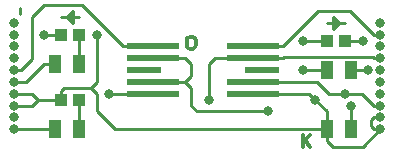
<source format=gbr>
G04 #@! TF.GenerationSoftware,KiCad,Pcbnew,(5.0.0)*
G04 #@! TF.CreationDate,2019-03-20T16:36:05+03:00*
G04 #@! TF.ProjectId,Rs485_adapter,52733438355F616461707465722E6B69,rev?*
G04 #@! TF.SameCoordinates,Original*
G04 #@! TF.FileFunction,Copper,L1,Top,Signal*
G04 #@! TF.FilePolarity,Positive*
%FSLAX46Y46*%
G04 Gerber Fmt 4.6, Leading zero omitted, Abs format (unit mm)*
G04 Created by KiCad (PCBNEW (5.0.0)) date 03/20/19 16:36:05*
%MOMM*%
%LPD*%
G01*
G04 APERTURE LIST*
G04 #@! TA.AperFunction,NonConductor*
%ADD10C,0.300000*%
G04 #@! TD*
G04 #@! TA.AperFunction,ComponentPad*
%ADD11C,0.800000*%
G04 #@! TD*
G04 #@! TA.AperFunction,SMDPad,CuDef*
%ADD12R,4.500000X0.500000*%
G04 #@! TD*
G04 #@! TA.AperFunction,SMDPad,CuDef*
%ADD13R,3.000000X0.500000*%
G04 #@! TD*
G04 #@! TA.AperFunction,SMDPad,CuDef*
%ADD14R,1.000000X1.000000*%
G04 #@! TD*
G04 #@! TA.AperFunction,SMDPad,CuDef*
%ADD15R,1.000000X1.500000*%
G04 #@! TD*
G04 #@! TA.AperFunction,ViaPad*
%ADD16C,0.800000*%
G04 #@! TD*
G04 #@! TA.AperFunction,Conductor*
%ADD17C,0.250000*%
G04 #@! TD*
G04 APERTURE END LIST*
D10*
X159000000Y-95978571D02*
X159000000Y-96978571D01*
X159142857Y-96407142D02*
X159571428Y-96978571D01*
X159571428Y-95978571D02*
X159000000Y-96550000D01*
X149392857Y-88678571D02*
X149250000Y-88607142D01*
X149178571Y-88535714D01*
X149107142Y-88392857D01*
X149107142Y-87964285D01*
X149178571Y-87821428D01*
X149250000Y-87750000D01*
X149392857Y-87678571D01*
X149607142Y-87678571D01*
X149750000Y-87750000D01*
X149821428Y-87821428D01*
X149892857Y-87964285D01*
X149892857Y-88392857D01*
X149821428Y-88535714D01*
X149750000Y-88607142D01*
X149607142Y-88678571D01*
X149392857Y-88678571D01*
D11*
G04 #@! TO.P,A1,1A*
G04 #@! TO.N,Net-(A1-Pad1A)*
X134500000Y-86500000D03*
G04 #@! TO.P,A1,1B*
G04 #@! TO.N,Net-(A1-Pad1B)*
X165500000Y-95500000D03*
G04 #@! TO.P,A1,2A*
G04 #@! TO.N,Net-(A1-Pad2A)*
X134500000Y-87500000D03*
G04 #@! TO.P,A1,3A*
G04 #@! TO.N,Net-(A1-Pad3A)*
X134500000Y-88500000D03*
G04 #@! TO.P,A1,4A*
G04 #@! TO.N,Net-(A1-Pad4A)*
X134500000Y-89500000D03*
G04 #@! TO.P,A1,5A*
G04 #@! TO.N,Net-(A1-Pad5A)*
X134500000Y-90500000D03*
G04 #@! TO.P,A1,6A*
G04 #@! TO.N,Net-(A1-Pad6A)*
X134500000Y-91500000D03*
G04 #@! TO.P,A1,7A*
G04 #@! TO.N,Net-(A1-Pad1B)*
X134500000Y-92500000D03*
G04 #@! TO.P,A1,8A*
X134500000Y-93500000D03*
G04 #@! TO.P,A1,9A*
G04 #@! TO.N,Net-(A1-Pad9A)*
X134500000Y-94500000D03*
G04 #@! TO.P,A1,10A*
G04 #@! TO.N,Net-(A1-Pad10A)*
X134500000Y-95500000D03*
G04 #@! TO.P,A1,2B*
G04 #@! TO.N,Net-(A1-Pad1B)*
X165500000Y-94500000D03*
G04 #@! TO.P,A1,3B*
G04 #@! TO.N,Net-(A1-Pad3B)*
X165500000Y-93500000D03*
G04 #@! TO.P,A1,4B*
G04 #@! TO.N,Net-(A1-Pad4B)*
X165500000Y-92500000D03*
G04 #@! TO.P,A1,5B*
G04 #@! TO.N,Net-(A1-Pad5B)*
X165500000Y-91500000D03*
G04 #@! TO.P,A1,6B*
G04 #@! TO.N,Net-(A1-Pad6B)*
X165500000Y-90500000D03*
G04 #@! TO.P,A1,7B*
G04 #@! TO.N,Net-(A1-Pad4B)*
X165500000Y-89500000D03*
G04 #@! TO.P,A1,8B*
G04 #@! TO.N,Net-(A1-Pad3B)*
X165500000Y-88500000D03*
G04 #@! TO.P,A1,9B*
G04 #@! TO.N,Net-(A1-Pad9B)*
X165500000Y-87500000D03*
G04 #@! TO.P,A1,10B*
G04 #@! TO.N,Net-(A1-Pad10B)*
X165500000Y-86500000D03*
G04 #@! TD*
D12*
G04 #@! TO.P,DD1,1*
G04 #@! TO.N,Net-(A1-Pad5A)*
X146250000Y-88500000D03*
G04 #@! TO.P,DD1,2*
G04 #@! TO.N,Net-(A1-Pad6B)*
X146250000Y-89500000D03*
D13*
G04 #@! TO.P,DD1,*
G04 #@! TO.N,*
X145500000Y-90500000D03*
D12*
G04 #@! TO.P,DD1,3*
G04 #@! TO.N,Net-(A1-Pad6B)*
X146250000Y-91500000D03*
G04 #@! TO.P,DD1,4*
G04 #@! TO.N,Net-(A1-Pad4A)*
X146250000Y-92500000D03*
G04 #@! TO.P,DD1,8*
G04 #@! TO.N,Net-(A1-Pad9B)*
X154750000Y-88500000D03*
G04 #@! TO.P,DD1,7*
G04 #@! TO.N,Net-(A1-Pad4B)*
X154750000Y-89500000D03*
D13*
G04 #@! TO.P,DD1,*
G04 #@! TO.N,*
X155500000Y-90500000D03*
D12*
G04 #@! TO.P,DD1,6*
G04 #@! TO.N,Net-(A1-Pad3B)*
X154750000Y-91500000D03*
G04 #@! TO.P,DD1,5*
G04 #@! TO.N,Net-(A1-Pad1B)*
X154750000Y-92500000D03*
G04 #@! TD*
D14*
G04 #@! TO.P,HL1,2*
G04 #@! TO.N,Net-(A1-Pad1B)*
X138500000Y-93000000D03*
G04 #@! TO.P,HL1,1*
G04 #@! TO.N,Net-(HL1-Pad1)*
X140000000Y-93000000D03*
G04 #@! TD*
G04 #@! TO.P,HL2,1*
G04 #@! TO.N,Net-(HL2-Pad1)*
X140000000Y-87500000D03*
G04 #@! TO.P,HL2,2*
G04 #@! TO.N,Net-(A1-Pad1B)*
X138500000Y-87500000D03*
G04 #@! TD*
G04 #@! TO.P,HL3,1*
G04 #@! TO.N,Net-(HL3-Pad1)*
X161000000Y-88000000D03*
G04 #@! TO.P,HL3,2*
G04 #@! TO.N,Net-(A1-Pad1B)*
X162500000Y-88000000D03*
G04 #@! TD*
D15*
G04 #@! TO.P,R1,2*
G04 #@! TO.N,Net-(A1-Pad1B)*
X161000000Y-95500000D03*
G04 #@! TO.P,R1,1*
G04 #@! TO.N,Net-(A1-Pad6B)*
X163000000Y-95500000D03*
G04 #@! TD*
G04 #@! TO.P,R2,2*
G04 #@! TO.N,Net-(A1-Pad10A)*
X138000000Y-95500000D03*
G04 #@! TO.P,R2,1*
G04 #@! TO.N,Net-(HL1-Pad1)*
X140000000Y-95500000D03*
G04 #@! TD*
G04 #@! TO.P,R3,1*
G04 #@! TO.N,Net-(HL2-Pad1)*
X140000000Y-90000000D03*
G04 #@! TO.P,R3,2*
G04 #@! TO.N,Net-(A1-Pad6A)*
X138000000Y-90000000D03*
G04 #@! TD*
G04 #@! TO.P,R4,1*
G04 #@! TO.N,Net-(A1-Pad6B)*
X163000000Y-90500000D03*
G04 #@! TO.P,R4,2*
G04 #@! TO.N,Net-(HL3-Pad1)*
X161000000Y-90500000D03*
G04 #@! TD*
D16*
G04 #@! TO.N,Net-(A1-Pad1B)*
X141500000Y-87500000D03*
X137000000Y-87500000D03*
X164000000Y-88000000D03*
X160000000Y-93000000D03*
G04 #@! TO.N,Net-(A1-Pad4A)*
X142500000Y-92500000D03*
G04 #@! TO.N,Net-(A1-Pad3B)*
X162500000Y-92500000D03*
G04 #@! TO.N,Net-(A1-Pad4B)*
X151000000Y-93000000D03*
G04 #@! TO.N,Net-(A1-Pad6B)*
X164500000Y-90500000D03*
X163000000Y-93500000D03*
X156000000Y-94000000D03*
G04 #@! TO.N,Net-(HL3-Pad1)*
X159000000Y-90500000D03*
X159000000Y-88000000D03*
G04 #@! TD*
D17*
G04 #@! TO.N,*
X140000000Y-86000000D02*
X139000000Y-86000000D01*
X139500000Y-86500000D02*
X139500000Y-85500000D01*
X139500000Y-85500000D02*
X139000000Y-86000000D01*
X139000000Y-86000000D02*
X138500000Y-86000000D01*
X139500000Y-86500000D02*
X139000000Y-86000000D01*
X161000001Y-86500000D02*
X161999999Y-86500000D01*
X161500000Y-86000001D02*
X161500000Y-86999999D01*
X161500000Y-86999999D02*
X161999999Y-86500000D01*
X161999999Y-86500000D02*
X162500000Y-86500000D01*
X161500000Y-86000001D02*
X161999999Y-86500000D01*
X135000000Y-85250000D02*
X135000000Y-85750000D01*
G04 #@! TO.N,Net-(A1-Pad1B)*
X154750000Y-92500000D02*
X159500000Y-92500000D01*
X161000000Y-94000000D02*
X161000000Y-95500000D01*
X161000000Y-95500000D02*
X161000000Y-96500000D01*
X161000000Y-96500000D02*
X161500000Y-97000000D01*
X164000000Y-97000000D02*
X165500000Y-95500000D01*
X161500000Y-97000000D02*
X164000000Y-97000000D01*
X165000000Y-95500000D02*
X165500000Y-95500000D01*
X164750000Y-95250000D02*
X165000000Y-95500000D01*
X164750000Y-94684315D02*
X164750000Y-95250000D01*
X164934315Y-94500000D02*
X164750000Y-94684315D01*
X165500000Y-94500000D02*
X164934315Y-94500000D01*
X134500000Y-92500000D02*
X136000000Y-92500000D01*
X136500000Y-93000000D02*
X138500000Y-93000000D01*
X136000000Y-92500000D02*
X136500000Y-93000000D01*
X134500000Y-93500000D02*
X136000000Y-93500000D01*
X136000000Y-93500000D02*
X136500000Y-93000000D01*
X138500000Y-92250000D02*
X138750000Y-92000000D01*
X138500000Y-93000000D02*
X138500000Y-92250000D01*
X138750000Y-92000000D02*
X141000000Y-92000000D01*
X141000000Y-92000000D02*
X141500000Y-91500000D01*
X141500000Y-91500000D02*
X141500000Y-87500000D01*
X137000000Y-87500000D02*
X138500000Y-87500000D01*
X143000000Y-95500000D02*
X161000000Y-95500000D01*
X141500000Y-94000000D02*
X143000000Y-95500000D01*
X141000000Y-92000000D02*
X141500000Y-92500000D01*
X141500000Y-92500000D02*
X141500000Y-94000000D01*
X162500000Y-88000000D02*
X164000000Y-88000000D01*
X159500000Y-92500000D02*
X160000000Y-93000000D01*
X160000000Y-93000000D02*
X161000000Y-94000000D01*
G04 #@! TO.N,Net-(A1-Pad4A)*
X142500000Y-92500000D02*
X146250000Y-92500000D01*
G04 #@! TO.N,Net-(A1-Pad5A)*
X135065685Y-90500000D02*
X134500000Y-90500000D01*
X146250000Y-88500000D02*
X143750000Y-88500000D01*
X143750000Y-88500000D02*
X140250000Y-85000000D01*
X140250000Y-85000000D02*
X137000000Y-85000000D01*
X137000000Y-85000000D02*
X136000000Y-86000000D01*
X136000000Y-86000000D02*
X136000000Y-89565685D01*
X136000000Y-89565685D02*
X135065685Y-90500000D01*
G04 #@! TO.N,Net-(A1-Pad6A)*
X138000000Y-90000000D02*
X137000000Y-90000000D01*
X135500000Y-91500000D02*
X134500000Y-91500000D01*
X137000000Y-90000000D02*
X135500000Y-91500000D01*
G04 #@! TO.N,Net-(A1-Pad10A)*
X138000000Y-95500000D02*
X134500000Y-95500000D01*
G04 #@! TO.N,Net-(A1-Pad3B)*
X163065685Y-92500000D02*
X162500000Y-92500000D01*
X163934315Y-92500000D02*
X163065685Y-92500000D01*
X164934315Y-93500000D02*
X163934315Y-92500000D01*
X165500000Y-93500000D02*
X164934315Y-93500000D01*
X161934315Y-92500000D02*
X162500000Y-92500000D01*
X161164998Y-92500000D02*
X161934315Y-92500000D01*
X160164998Y-91500000D02*
X161164998Y-92500000D01*
X154750000Y-91500000D02*
X160164998Y-91500000D01*
G04 #@! TO.N,Net-(A1-Pad4B)*
X157250000Y-89500000D02*
X154750000Y-89500000D01*
X157325001Y-89424999D02*
X157250000Y-89500000D01*
X164859314Y-89424999D02*
X157325001Y-89424999D01*
X164934315Y-89500000D02*
X164859314Y-89424999D01*
X165500000Y-89500000D02*
X164934315Y-89500000D01*
X151000000Y-93000000D02*
X151000000Y-90000000D01*
X151000000Y-90000000D02*
X151500000Y-89500000D01*
X151500000Y-89500000D02*
X154750000Y-89500000D01*
G04 #@! TO.N,Net-(A1-Pad6B)*
X163000000Y-90500000D02*
X164500000Y-90500000D01*
X163000000Y-93500000D02*
X163000000Y-95500000D01*
X149000000Y-91500000D02*
X146250000Y-91500000D01*
X149500000Y-92000000D02*
X149000000Y-91500000D01*
X149000000Y-91500000D02*
X149500000Y-91000000D01*
X149500000Y-91000000D02*
X149500000Y-90000000D01*
X149500000Y-90000000D02*
X149000000Y-89500000D01*
X149000000Y-89500000D02*
X146250000Y-89500000D01*
X150000000Y-94000000D02*
X149500000Y-93500000D01*
X156000000Y-94000000D02*
X150000000Y-94000000D01*
X149500000Y-93500000D02*
X149500000Y-92000000D01*
G04 #@! TO.N,Net-(A1-Pad9B)*
X164934315Y-87500000D02*
X165500000Y-87500000D01*
X162934315Y-85500000D02*
X164934315Y-87500000D01*
X160250000Y-85500000D02*
X162934315Y-85500000D01*
X157250000Y-88500000D02*
X160250000Y-85500000D01*
X154750000Y-88500000D02*
X157250000Y-88500000D01*
G04 #@! TO.N,Net-(HL1-Pad1)*
X140000000Y-95500000D02*
X140000000Y-93000000D01*
G04 #@! TO.N,Net-(HL2-Pad1)*
X140000000Y-90000000D02*
X140000000Y-87500000D01*
G04 #@! TO.N,Net-(HL3-Pad1)*
X161000000Y-90500000D02*
X159000000Y-90500000D01*
X159000000Y-88000000D02*
X161000000Y-88000000D01*
G04 #@! TD*
M02*

</source>
